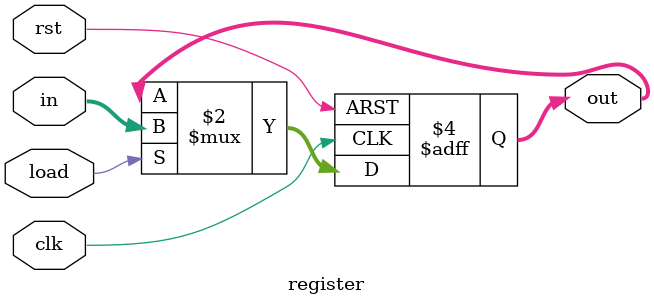
<source format=v>
`timescale 1ns/1ps

module register (
    input wire clk,
    input wire rst,
    input wire load,
    input wire [7:0] in,
    output reg [7:0] out
);
    always @(posedge clk or posedge rst) begin
        if (rst)
            out <= 8'b0;
        else if (load)
            out <= in;
    end
endmodule
</source>
